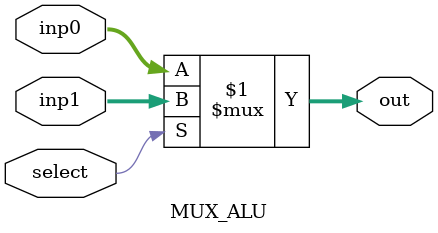
<source format=sv>
module MUX_ALU (inp0, inp1, select, out);
	input logic [20:0] inp0, inp1;
	input logic select;
	output logic [20:0] out;
	
	assign out = select ? inp1 : inp0;
endmodule 
</source>
